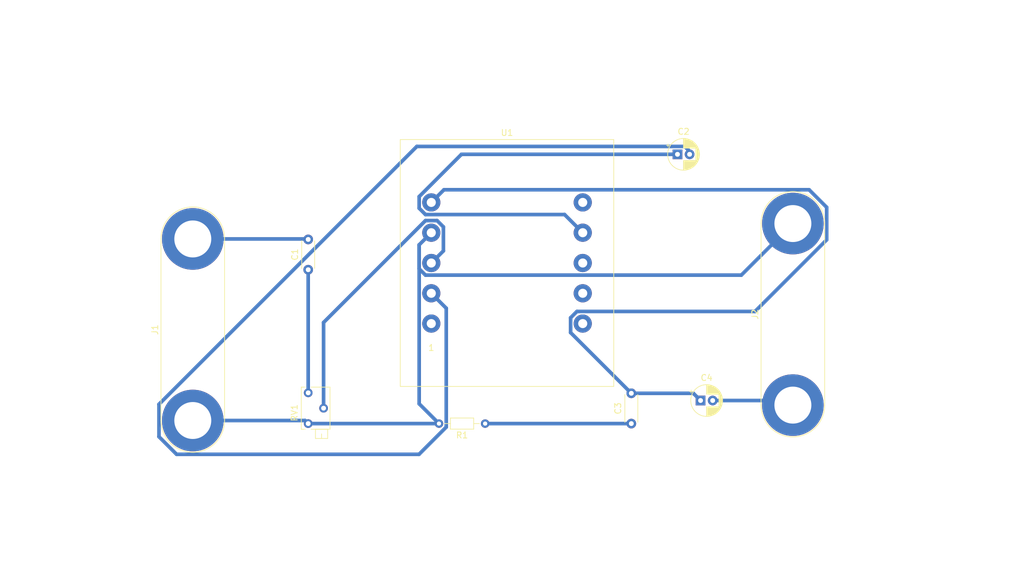
<source format=kicad_pcb>
(kicad_pcb (version 20171130) (host pcbnew "(5.1.10)-1")

  (general
    (thickness 1.6)
    (drawings 7)
    (tracks 49)
    (zones 0)
    (modules 13)
    (nets 13)
  )

  (page A4)
  (layers
    (0 F.Cu signal)
    (31 B.Cu signal)
    (32 B.Adhes user)
    (33 F.Adhes user)
    (34 B.Paste user)
    (35 F.Paste user)
    (36 B.SilkS user)
    (37 F.SilkS user)
    (38 B.Mask user)
    (39 F.Mask user)
    (40 Dwgs.User user)
    (41 Cmts.User user)
    (42 Eco1.User user)
    (43 Eco2.User user)
    (44 Edge.Cuts user)
    (45 Margin user)
    (46 B.CrtYd user)
    (47 F.CrtYd user)
    (48 B.Fab user)
    (49 F.Fab user)
  )

  (setup
    (last_trace_width 0.25)
    (trace_clearance 0.2)
    (zone_clearance 0.508)
    (zone_45_only no)
    (trace_min 0.2)
    (via_size 0.8)
    (via_drill 0.4)
    (via_min_size 0.4)
    (via_min_drill 0.3)
    (uvia_size 0.3)
    (uvia_drill 0.1)
    (uvias_allowed no)
    (uvia_min_size 0.2)
    (uvia_min_drill 0.1)
    (edge_width 0.05)
    (segment_width 0.2)
    (pcb_text_width 0.3)
    (pcb_text_size 1.5 1.5)
    (mod_edge_width 0.12)
    (mod_text_size 1 1)
    (mod_text_width 0.15)
    (pad_size 1.524 1.524)
    (pad_drill 0.762)
    (pad_to_mask_clearance 0)
    (aux_axis_origin 0 0)
    (visible_elements 7FFFFFFF)
    (pcbplotparams
      (layerselection 0x010fc_ffffffff)
      (usegerberextensions false)
      (usegerberattributes true)
      (usegerberadvancedattributes true)
      (creategerberjobfile true)
      (excludeedgelayer true)
      (linewidth 0.100000)
      (plotframeref false)
      (viasonmask false)
      (mode 1)
      (useauxorigin false)
      (hpglpennumber 1)
      (hpglpenspeed 20)
      (hpglpendiameter 15.000000)
      (psnegative false)
      (psa4output false)
      (plotreference true)
      (plotvalue true)
      (plotinvisibletext false)
      (padsonsilk false)
      (subtractmaskfromsilk false)
      (outputformat 1)
      (mirror false)
      (drillshape 1)
      (scaleselection 1)
      (outputdirectory ""))
  )

  (net 0 "")
  (net 1 "Net-(C1-Pad1)")
  (net 2 "Net-(C1-Pad2)")
  (net 3 "Net-(C2-Pad1)")
  (net 4 "Net-(C2-Pad2)")
  (net 5 "Net-(C3-Pad2)")
  (net 6 "Net-(C3-Pad1)")
  (net 7 "Net-(C4-Pad2)")
  (net 8 GND)
  (net 9 "Net-(RV1-Pad2)")
  (net 10 "Net-(U1-Pad1)")
  (net 11 +12V)
  (net 12 "Net-(U1-Pad8)")

  (net_class Default "This is the default net class."
    (clearance 0.2)
    (trace_width 0.25)
    (via_dia 0.8)
    (via_drill 0.4)
    (uvia_dia 0.3)
    (uvia_drill 0.1)
    (add_net +12V)
    (add_net GND)
    (add_net "Net-(C1-Pad1)")
    (add_net "Net-(C1-Pad2)")
    (add_net "Net-(C2-Pad1)")
    (add_net "Net-(C2-Pad2)")
    (add_net "Net-(C3-Pad1)")
    (add_net "Net-(C3-Pad2)")
    (add_net "Net-(C4-Pad2)")
    (add_net "Net-(RV1-Pad2)")
    (add_net "Net-(U1-Pad1)")
    (add_net "Net-(U1-Pad8)")
  )

  (module MountingHole:MountingHole_3.2mm_M3 (layer F.Cu) (tedit 56D1B4CB) (tstamp 616F0BE7)
    (at 172.72 271.78)
    (descr "Mounting Hole 3.2mm, no annular, M3")
    (tags "mounting hole 3.2mm no annular m3")
    (attr virtual)
    (fp_text reference REF** (at 0 -4.2) (layer F.SilkS) hide
      (effects (font (size 1 1) (thickness 0.15)))
    )
    (fp_text value MountingHole_3.2mm_M3 (at 0 4.2) (layer F.Fab) hide
      (effects (font (size 1 1) (thickness 0.15)))
    )
    (fp_circle (center 0 0) (end 3.45 0) (layer F.CrtYd) (width 0.05))
    (fp_circle (center 0 0) (end 3.2 0) (layer Cmts.User) (width 0.15))
    (fp_text user %R (at 0.3 0) (layer F.Fab)
      (effects (font (size 1 1) (thickness 0.15)))
    )
    (pad 1 np_thru_hole circle (at 0 0) (size 3.2 3.2) (drill 3.2) (layers *.Cu *.Mask))
  )

  (module MountingHole:MountingHole_3.2mm_M3 (layer F.Cu) (tedit 56D1B4CB) (tstamp 616F0BBC)
    (at 58.42 273.05)
    (descr "Mounting Hole 3.2mm, no annular, M3")
    (tags "mounting hole 3.2mm no annular m3")
    (attr virtual)
    (fp_text reference REF** (at 0 -4.2) (layer F.SilkS) hide
      (effects (font (size 1 1) (thickness 0.15)))
    )
    (fp_text value MountingHole_3.2mm_M3 (at 0 4.2) (layer F.Fab) hide
      (effects (font (size 1 1) (thickness 0.15)))
    )
    (fp_circle (center 0 0) (end 3.45 0) (layer F.CrtYd) (width 0.05))
    (fp_circle (center 0 0) (end 3.2 0) (layer Cmts.User) (width 0.15))
    (fp_text user %R (at 0.3 0) (layer F.Fab)
      (effects (font (size 1 1) (thickness 0.15)))
    )
    (pad 1 np_thru_hole circle (at 0 0) (size 3.2 3.2) (drill 3.2) (layers *.Cu *.Mask))
  )

  (module MountingHole:MountingHole_3.2mm_M3 (layer F.Cu) (tedit 56D1B4CB) (tstamp 616F0B91)
    (at 59.69 204.47)
    (descr "Mounting Hole 3.2mm, no annular, M3")
    (tags "mounting hole 3.2mm no annular m3")
    (attr virtual)
    (fp_text reference REF** (at 0 -4.2) (layer F.SilkS) hide
      (effects (font (size 1 1) (thickness 0.15)))
    )
    (fp_text value MountingHole_3.2mm_M3 (at 0 4.2) (layer F.Fab) hide
      (effects (font (size 1 1) (thickness 0.15)))
    )
    (fp_circle (center 0 0) (end 3.45 0) (layer F.CrtYd) (width 0.05))
    (fp_circle (center 0 0) (end 3.2 0) (layer Cmts.User) (width 0.15))
    (fp_text user %R (at 0.3 0) (layer F.Fab)
      (effects (font (size 1 1) (thickness 0.15)))
    )
    (pad 1 np_thru_hole circle (at 0 0) (size 3.2 3.2) (drill 3.2) (layers *.Cu *.Mask))
  )

  (module MountingHole:MountingHole_3.2mm_M3 (layer F.Cu) (tedit 56D1B4CB) (tstamp 616F0B66)
    (at 171.45 204.47)
    (descr "Mounting Hole 3.2mm, no annular, M3")
    (tags "mounting hole 3.2mm no annular m3")
    (attr virtual)
    (fp_text reference REF** (at 0 -4.2) (layer F.SilkS) hide
      (effects (font (size 1 1) (thickness 0.15)))
    )
    (fp_text value MountingHole_3.2mm_M3 (at 0 4.2) (layer F.Fab) hide
      (effects (font (size 1 1) (thickness 0.15)))
    )
    (fp_circle (center 0 0) (end 3.45 0) (layer F.CrtYd) (width 0.05))
    (fp_circle (center 0 0) (end 3.2 0) (layer Cmts.User) (width 0.15))
    (fp_text user %R (at 0.3 0) (layer F.Fab)
      (effects (font (size 1 1) (thickness 0.15)))
    )
    (pad 1 np_thru_hole circle (at 0 0) (size 3.2 3.2) (drill 3.2) (layers *.Cu *.Mask))
  )

  (module Capacitor_THT:C_Disc_D4.3mm_W1.9mm_P5.00mm (layer F.Cu) (tedit 5AE50EF0) (tstamp 616EEDA1)
    (at 85.09 232.41 90)
    (descr "C, Disc series, Radial, pin pitch=5.00mm, , diameter*width=4.3*1.9mm^2, Capacitor, http://www.vishay.com/docs/45233/krseries.pdf")
    (tags "C Disc series Radial pin pitch 5.00mm  diameter 4.3mm width 1.9mm Capacitor")
    (path /616F116D)
    (fp_text reference C1 (at 2.5 -2.2 90) (layer F.SilkS)
      (effects (font (size 1 1) (thickness 0.15)))
    )
    (fp_text value C (at 2.5 2.2 90) (layer F.Fab)
      (effects (font (size 1 1) (thickness 0.15)))
    )
    (fp_line (start 0.35 -0.95) (end 0.35 0.95) (layer F.Fab) (width 0.1))
    (fp_line (start 0.35 0.95) (end 4.65 0.95) (layer F.Fab) (width 0.1))
    (fp_line (start 4.65 0.95) (end 4.65 -0.95) (layer F.Fab) (width 0.1))
    (fp_line (start 4.65 -0.95) (end 0.35 -0.95) (layer F.Fab) (width 0.1))
    (fp_line (start 0.23 -1.07) (end 4.77 -1.07) (layer F.SilkS) (width 0.12))
    (fp_line (start 0.23 1.07) (end 4.77 1.07) (layer F.SilkS) (width 0.12))
    (fp_line (start 0.23 -1.07) (end 0.23 -1.055) (layer F.SilkS) (width 0.12))
    (fp_line (start 0.23 1.055) (end 0.23 1.07) (layer F.SilkS) (width 0.12))
    (fp_line (start 4.77 -1.07) (end 4.77 -1.055) (layer F.SilkS) (width 0.12))
    (fp_line (start 4.77 1.055) (end 4.77 1.07) (layer F.SilkS) (width 0.12))
    (fp_line (start -1.05 -1.2) (end -1.05 1.2) (layer F.CrtYd) (width 0.05))
    (fp_line (start -1.05 1.2) (end 6.05 1.2) (layer F.CrtYd) (width 0.05))
    (fp_line (start 6.05 1.2) (end 6.05 -1.2) (layer F.CrtYd) (width 0.05))
    (fp_line (start 6.05 -1.2) (end -1.05 -1.2) (layer F.CrtYd) (width 0.05))
    (fp_text user %R (at 2.5 0 90) (layer F.Fab)
      (effects (font (size 0.86 0.86) (thickness 0.129)))
    )
    (pad 1 thru_hole circle (at 0 0 90) (size 1.6 1.6) (drill 0.8) (layers *.Cu *.Mask)
      (net 1 "Net-(C1-Pad1)"))
    (pad 2 thru_hole circle (at 5 0 90) (size 1.6 1.6) (drill 0.8) (layers *.Cu *.Mask)
      (net 2 "Net-(C1-Pad2)"))
    (model ${KISYS3DMOD}/Capacitor_THT.3dshapes/C_Disc_D4.3mm_W1.9mm_P5.00mm.wrl
      (at (xyz 0 0 0))
      (scale (xyz 1 1 1))
      (rotate (xyz 0 0 0))
    )
  )

  (module Capacitor_THT:CP_Radial_D5.0mm_P2.00mm (layer F.Cu) (tedit 5AE50EF0) (tstamp 616EEE24)
    (at 146.05 213.36)
    (descr "CP, Radial series, Radial, pin pitch=2.00mm, , diameter=5mm, Electrolytic Capacitor")
    (tags "CP Radial series Radial pin pitch 2.00mm  diameter 5mm Electrolytic Capacitor")
    (path /616E7482)
    (fp_text reference C2 (at 1 -3.75) (layer F.SilkS)
      (effects (font (size 1 1) (thickness 0.15)))
    )
    (fp_text value CP (at 1 3.75) (layer F.Fab)
      (effects (font (size 1 1) (thickness 0.15)))
    )
    (fp_circle (center 1 0) (end 3.5 0) (layer F.Fab) (width 0.1))
    (fp_circle (center 1 0) (end 3.62 0) (layer F.SilkS) (width 0.12))
    (fp_circle (center 1 0) (end 3.75 0) (layer F.CrtYd) (width 0.05))
    (fp_line (start -1.133605 -1.0875) (end -0.633605 -1.0875) (layer F.Fab) (width 0.1))
    (fp_line (start -0.883605 -1.3375) (end -0.883605 -0.8375) (layer F.Fab) (width 0.1))
    (fp_line (start 1 1.04) (end 1 2.58) (layer F.SilkS) (width 0.12))
    (fp_line (start 1 -2.58) (end 1 -1.04) (layer F.SilkS) (width 0.12))
    (fp_line (start 1.04 1.04) (end 1.04 2.58) (layer F.SilkS) (width 0.12))
    (fp_line (start 1.04 -2.58) (end 1.04 -1.04) (layer F.SilkS) (width 0.12))
    (fp_line (start 1.08 -2.579) (end 1.08 -1.04) (layer F.SilkS) (width 0.12))
    (fp_line (start 1.08 1.04) (end 1.08 2.579) (layer F.SilkS) (width 0.12))
    (fp_line (start 1.12 -2.578) (end 1.12 -1.04) (layer F.SilkS) (width 0.12))
    (fp_line (start 1.12 1.04) (end 1.12 2.578) (layer F.SilkS) (width 0.12))
    (fp_line (start 1.16 -2.576) (end 1.16 -1.04) (layer F.SilkS) (width 0.12))
    (fp_line (start 1.16 1.04) (end 1.16 2.576) (layer F.SilkS) (width 0.12))
    (fp_line (start 1.2 -2.573) (end 1.2 -1.04) (layer F.SilkS) (width 0.12))
    (fp_line (start 1.2 1.04) (end 1.2 2.573) (layer F.SilkS) (width 0.12))
    (fp_line (start 1.24 -2.569) (end 1.24 -1.04) (layer F.SilkS) (width 0.12))
    (fp_line (start 1.24 1.04) (end 1.24 2.569) (layer F.SilkS) (width 0.12))
    (fp_line (start 1.28 -2.565) (end 1.28 -1.04) (layer F.SilkS) (width 0.12))
    (fp_line (start 1.28 1.04) (end 1.28 2.565) (layer F.SilkS) (width 0.12))
    (fp_line (start 1.32 -2.561) (end 1.32 -1.04) (layer F.SilkS) (width 0.12))
    (fp_line (start 1.32 1.04) (end 1.32 2.561) (layer F.SilkS) (width 0.12))
    (fp_line (start 1.36 -2.556) (end 1.36 -1.04) (layer F.SilkS) (width 0.12))
    (fp_line (start 1.36 1.04) (end 1.36 2.556) (layer F.SilkS) (width 0.12))
    (fp_line (start 1.4 -2.55) (end 1.4 -1.04) (layer F.SilkS) (width 0.12))
    (fp_line (start 1.4 1.04) (end 1.4 2.55) (layer F.SilkS) (width 0.12))
    (fp_line (start 1.44 -2.543) (end 1.44 -1.04) (layer F.SilkS) (width 0.12))
    (fp_line (start 1.44 1.04) (end 1.44 2.543) (layer F.SilkS) (width 0.12))
    (fp_line (start 1.48 -2.536) (end 1.48 -1.04) (layer F.SilkS) (width 0.12))
    (fp_line (start 1.48 1.04) (end 1.48 2.536) (layer F.SilkS) (width 0.12))
    (fp_line (start 1.52 -2.528) (end 1.52 -1.04) (layer F.SilkS) (width 0.12))
    (fp_line (start 1.52 1.04) (end 1.52 2.528) (layer F.SilkS) (width 0.12))
    (fp_line (start 1.56 -2.52) (end 1.56 -1.04) (layer F.SilkS) (width 0.12))
    (fp_line (start 1.56 1.04) (end 1.56 2.52) (layer F.SilkS) (width 0.12))
    (fp_line (start 1.6 -2.511) (end 1.6 -1.04) (layer F.SilkS) (width 0.12))
    (fp_line (start 1.6 1.04) (end 1.6 2.511) (layer F.SilkS) (width 0.12))
    (fp_line (start 1.64 -2.501) (end 1.64 -1.04) (layer F.SilkS) (width 0.12))
    (fp_line (start 1.64 1.04) (end 1.64 2.501) (layer F.SilkS) (width 0.12))
    (fp_line (start 1.68 -2.491) (end 1.68 -1.04) (layer F.SilkS) (width 0.12))
    (fp_line (start 1.68 1.04) (end 1.68 2.491) (layer F.SilkS) (width 0.12))
    (fp_line (start 1.721 -2.48) (end 1.721 -1.04) (layer F.SilkS) (width 0.12))
    (fp_line (start 1.721 1.04) (end 1.721 2.48) (layer F.SilkS) (width 0.12))
    (fp_line (start 1.761 -2.468) (end 1.761 -1.04) (layer F.SilkS) (width 0.12))
    (fp_line (start 1.761 1.04) (end 1.761 2.468) (layer F.SilkS) (width 0.12))
    (fp_line (start 1.801 -2.455) (end 1.801 -1.04) (layer F.SilkS) (width 0.12))
    (fp_line (start 1.801 1.04) (end 1.801 2.455) (layer F.SilkS) (width 0.12))
    (fp_line (start 1.841 -2.442) (end 1.841 -1.04) (layer F.SilkS) (width 0.12))
    (fp_line (start 1.841 1.04) (end 1.841 2.442) (layer F.SilkS) (width 0.12))
    (fp_line (start 1.881 -2.428) (end 1.881 -1.04) (layer F.SilkS) (width 0.12))
    (fp_line (start 1.881 1.04) (end 1.881 2.428) (layer F.SilkS) (width 0.12))
    (fp_line (start 1.921 -2.414) (end 1.921 -1.04) (layer F.SilkS) (width 0.12))
    (fp_line (start 1.921 1.04) (end 1.921 2.414) (layer F.SilkS) (width 0.12))
    (fp_line (start 1.961 -2.398) (end 1.961 -1.04) (layer F.SilkS) (width 0.12))
    (fp_line (start 1.961 1.04) (end 1.961 2.398) (layer F.SilkS) (width 0.12))
    (fp_line (start 2.001 -2.382) (end 2.001 -1.04) (layer F.SilkS) (width 0.12))
    (fp_line (start 2.001 1.04) (end 2.001 2.382) (layer F.SilkS) (width 0.12))
    (fp_line (start 2.041 -2.365) (end 2.041 -1.04) (layer F.SilkS) (width 0.12))
    (fp_line (start 2.041 1.04) (end 2.041 2.365) (layer F.SilkS) (width 0.12))
    (fp_line (start 2.081 -2.348) (end 2.081 -1.04) (layer F.SilkS) (width 0.12))
    (fp_line (start 2.081 1.04) (end 2.081 2.348) (layer F.SilkS) (width 0.12))
    (fp_line (start 2.121 -2.329) (end 2.121 -1.04) (layer F.SilkS) (width 0.12))
    (fp_line (start 2.121 1.04) (end 2.121 2.329) (layer F.SilkS) (width 0.12))
    (fp_line (start 2.161 -2.31) (end 2.161 -1.04) (layer F.SilkS) (width 0.12))
    (fp_line (start 2.161 1.04) (end 2.161 2.31) (layer F.SilkS) (width 0.12))
    (fp_line (start 2.201 -2.29) (end 2.201 -1.04) (layer F.SilkS) (width 0.12))
    (fp_line (start 2.201 1.04) (end 2.201 2.29) (layer F.SilkS) (width 0.12))
    (fp_line (start 2.241 -2.268) (end 2.241 -1.04) (layer F.SilkS) (width 0.12))
    (fp_line (start 2.241 1.04) (end 2.241 2.268) (layer F.SilkS) (width 0.12))
    (fp_line (start 2.281 -2.247) (end 2.281 -1.04) (layer F.SilkS) (width 0.12))
    (fp_line (start 2.281 1.04) (end 2.281 2.247) (layer F.SilkS) (width 0.12))
    (fp_line (start 2.321 -2.224) (end 2.321 -1.04) (layer F.SilkS) (width 0.12))
    (fp_line (start 2.321 1.04) (end 2.321 2.224) (layer F.SilkS) (width 0.12))
    (fp_line (start 2.361 -2.2) (end 2.361 -1.04) (layer F.SilkS) (width 0.12))
    (fp_line (start 2.361 1.04) (end 2.361 2.2) (layer F.SilkS) (width 0.12))
    (fp_line (start 2.401 -2.175) (end 2.401 -1.04) (layer F.SilkS) (width 0.12))
    (fp_line (start 2.401 1.04) (end 2.401 2.175) (layer F.SilkS) (width 0.12))
    (fp_line (start 2.441 -2.149) (end 2.441 -1.04) (layer F.SilkS) (width 0.12))
    (fp_line (start 2.441 1.04) (end 2.441 2.149) (layer F.SilkS) (width 0.12))
    (fp_line (start 2.481 -2.122) (end 2.481 -1.04) (layer F.SilkS) (width 0.12))
    (fp_line (start 2.481 1.04) (end 2.481 2.122) (layer F.SilkS) (width 0.12))
    (fp_line (start 2.521 -2.095) (end 2.521 -1.04) (layer F.SilkS) (width 0.12))
    (fp_line (start 2.521 1.04) (end 2.521 2.095) (layer F.SilkS) (width 0.12))
    (fp_line (start 2.561 -2.065) (end 2.561 -1.04) (layer F.SilkS) (width 0.12))
    (fp_line (start 2.561 1.04) (end 2.561 2.065) (layer F.SilkS) (width 0.12))
    (fp_line (start 2.601 -2.035) (end 2.601 -1.04) (layer F.SilkS) (width 0.12))
    (fp_line (start 2.601 1.04) (end 2.601 2.035) (layer F.SilkS) (width 0.12))
    (fp_line (start 2.641 -2.004) (end 2.641 -1.04) (layer F.SilkS) (width 0.12))
    (fp_line (start 2.641 1.04) (end 2.641 2.004) (layer F.SilkS) (width 0.12))
    (fp_line (start 2.681 -1.971) (end 2.681 -1.04) (layer F.SilkS) (width 0.12))
    (fp_line (start 2.681 1.04) (end 2.681 1.971) (layer F.SilkS) (width 0.12))
    (fp_line (start 2.721 -1.937) (end 2.721 -1.04) (layer F.SilkS) (width 0.12))
    (fp_line (start 2.721 1.04) (end 2.721 1.937) (layer F.SilkS) (width 0.12))
    (fp_line (start 2.761 -1.901) (end 2.761 -1.04) (layer F.SilkS) (width 0.12))
    (fp_line (start 2.761 1.04) (end 2.761 1.901) (layer F.SilkS) (width 0.12))
    (fp_line (start 2.801 -1.864) (end 2.801 -1.04) (layer F.SilkS) (width 0.12))
    (fp_line (start 2.801 1.04) (end 2.801 1.864) (layer F.SilkS) (width 0.12))
    (fp_line (start 2.841 -1.826) (end 2.841 -1.04) (layer F.SilkS) (width 0.12))
    (fp_line (start 2.841 1.04) (end 2.841 1.826) (layer F.SilkS) (width 0.12))
    (fp_line (start 2.881 -1.785) (end 2.881 -1.04) (layer F.SilkS) (width 0.12))
    (fp_line (start 2.881 1.04) (end 2.881 1.785) (layer F.SilkS) (width 0.12))
    (fp_line (start 2.921 -1.743) (end 2.921 -1.04) (layer F.SilkS) (width 0.12))
    (fp_line (start 2.921 1.04) (end 2.921 1.743) (layer F.SilkS) (width 0.12))
    (fp_line (start 2.961 -1.699) (end 2.961 -1.04) (layer F.SilkS) (width 0.12))
    (fp_line (start 2.961 1.04) (end 2.961 1.699) (layer F.SilkS) (width 0.12))
    (fp_line (start 3.001 -1.653) (end 3.001 -1.04) (layer F.SilkS) (width 0.12))
    (fp_line (start 3.001 1.04) (end 3.001 1.653) (layer F.SilkS) (width 0.12))
    (fp_line (start 3.041 -1.605) (end 3.041 1.605) (layer F.SilkS) (width 0.12))
    (fp_line (start 3.081 -1.554) (end 3.081 1.554) (layer F.SilkS) (width 0.12))
    (fp_line (start 3.121 -1.5) (end 3.121 1.5) (layer F.SilkS) (width 0.12))
    (fp_line (start 3.161 -1.443) (end 3.161 1.443) (layer F.SilkS) (width 0.12))
    (fp_line (start 3.201 -1.383) (end 3.201 1.383) (layer F.SilkS) (width 0.12))
    (fp_line (start 3.241 -1.319) (end 3.241 1.319) (layer F.SilkS) (width 0.12))
    (fp_line (start 3.281 -1.251) (end 3.281 1.251) (layer F.SilkS) (width 0.12))
    (fp_line (start 3.321 -1.178) (end 3.321 1.178) (layer F.SilkS) (width 0.12))
    (fp_line (start 3.361 -1.098) (end 3.361 1.098) (layer F.SilkS) (width 0.12))
    (fp_line (start 3.401 -1.011) (end 3.401 1.011) (layer F.SilkS) (width 0.12))
    (fp_line (start 3.441 -0.915) (end 3.441 0.915) (layer F.SilkS) (width 0.12))
    (fp_line (start 3.481 -0.805) (end 3.481 0.805) (layer F.SilkS) (width 0.12))
    (fp_line (start 3.521 -0.677) (end 3.521 0.677) (layer F.SilkS) (width 0.12))
    (fp_line (start 3.561 -0.518) (end 3.561 0.518) (layer F.SilkS) (width 0.12))
    (fp_line (start 3.601 -0.284) (end 3.601 0.284) (layer F.SilkS) (width 0.12))
    (fp_line (start -1.804775 -1.475) (end -1.304775 -1.475) (layer F.SilkS) (width 0.12))
    (fp_line (start -1.554775 -1.725) (end -1.554775 -1.225) (layer F.SilkS) (width 0.12))
    (fp_text user %R (at 1 0) (layer F.Fab)
      (effects (font (size 1 1) (thickness 0.15)))
    )
    (pad 1 thru_hole rect (at 0 0) (size 1.6 1.6) (drill 0.8) (layers *.Cu *.Mask)
      (net 3 "Net-(C2-Pad1)"))
    (pad 2 thru_hole circle (at 2 0) (size 1.6 1.6) (drill 0.8) (layers *.Cu *.Mask)
      (net 4 "Net-(C2-Pad2)"))
    (model ${KISYS3DMOD}/Capacitor_THT.3dshapes/CP_Radial_D5.0mm_P2.00mm.wrl
      (at (xyz 0 0 0))
      (scale (xyz 1 1 1))
      (rotate (xyz 0 0 0))
    )
  )

  (module Capacitor_THT:C_Disc_D4.3mm_W1.9mm_P5.00mm (layer F.Cu) (tedit 5AE50EF0) (tstamp 616EEE39)
    (at 138.43 257.81 90)
    (descr "C, Disc series, Radial, pin pitch=5.00mm, , diameter*width=4.3*1.9mm^2, Capacitor, http://www.vishay.com/docs/45233/krseries.pdf")
    (tags "C Disc series Radial pin pitch 5.00mm  diameter 4.3mm width 1.9mm Capacitor")
    (path /616F2046)
    (fp_text reference C3 (at 2.5 -2.2 90) (layer F.SilkS)
      (effects (font (size 1 1) (thickness 0.15)))
    )
    (fp_text value C (at 2.5 2.2 90) (layer F.Fab)
      (effects (font (size 1 1) (thickness 0.15)))
    )
    (fp_line (start 6.05 -1.2) (end -1.05 -1.2) (layer F.CrtYd) (width 0.05))
    (fp_line (start 6.05 1.2) (end 6.05 -1.2) (layer F.CrtYd) (width 0.05))
    (fp_line (start -1.05 1.2) (end 6.05 1.2) (layer F.CrtYd) (width 0.05))
    (fp_line (start -1.05 -1.2) (end -1.05 1.2) (layer F.CrtYd) (width 0.05))
    (fp_line (start 4.77 1.055) (end 4.77 1.07) (layer F.SilkS) (width 0.12))
    (fp_line (start 4.77 -1.07) (end 4.77 -1.055) (layer F.SilkS) (width 0.12))
    (fp_line (start 0.23 1.055) (end 0.23 1.07) (layer F.SilkS) (width 0.12))
    (fp_line (start 0.23 -1.07) (end 0.23 -1.055) (layer F.SilkS) (width 0.12))
    (fp_line (start 0.23 1.07) (end 4.77 1.07) (layer F.SilkS) (width 0.12))
    (fp_line (start 0.23 -1.07) (end 4.77 -1.07) (layer F.SilkS) (width 0.12))
    (fp_line (start 4.65 -0.95) (end 0.35 -0.95) (layer F.Fab) (width 0.1))
    (fp_line (start 4.65 0.95) (end 4.65 -0.95) (layer F.Fab) (width 0.1))
    (fp_line (start 0.35 0.95) (end 4.65 0.95) (layer F.Fab) (width 0.1))
    (fp_line (start 0.35 -0.95) (end 0.35 0.95) (layer F.Fab) (width 0.1))
    (fp_text user %R (at 2.5 0 90) (layer F.Fab)
      (effects (font (size 0.86 0.86) (thickness 0.129)))
    )
    (pad 2 thru_hole circle (at 5 0 90) (size 1.6 1.6) (drill 0.8) (layers *.Cu *.Mask)
      (net 5 "Net-(C3-Pad2)"))
    (pad 1 thru_hole circle (at 0 0 90) (size 1.6 1.6) (drill 0.8) (layers *.Cu *.Mask)
      (net 6 "Net-(C3-Pad1)"))
    (model ${KISYS3DMOD}/Capacitor_THT.3dshapes/C_Disc_D4.3mm_W1.9mm_P5.00mm.wrl
      (at (xyz 0 0 0))
      (scale (xyz 1 1 1))
      (rotate (xyz 0 0 0))
    )
  )

  (module Capacitor_THT:CP_Radial_D5.0mm_P2.00mm (layer F.Cu) (tedit 5AE50EF0) (tstamp 616EEEBC)
    (at 149.86 254)
    (descr "CP, Radial series, Radial, pin pitch=2.00mm, , diameter=5mm, Electrolytic Capacitor")
    (tags "CP Radial series Radial pin pitch 2.00mm  diameter 5mm Electrolytic Capacitor")
    (path /616EB0D8)
    (fp_text reference C4 (at 1 -3.75) (layer F.SilkS)
      (effects (font (size 1 1) (thickness 0.15)))
    )
    (fp_text value CP (at 1 3.75) (layer F.Fab)
      (effects (font (size 1 1) (thickness 0.15)))
    )
    (fp_line (start -1.554775 -1.725) (end -1.554775 -1.225) (layer F.SilkS) (width 0.12))
    (fp_line (start -1.804775 -1.475) (end -1.304775 -1.475) (layer F.SilkS) (width 0.12))
    (fp_line (start 3.601 -0.284) (end 3.601 0.284) (layer F.SilkS) (width 0.12))
    (fp_line (start 3.561 -0.518) (end 3.561 0.518) (layer F.SilkS) (width 0.12))
    (fp_line (start 3.521 -0.677) (end 3.521 0.677) (layer F.SilkS) (width 0.12))
    (fp_line (start 3.481 -0.805) (end 3.481 0.805) (layer F.SilkS) (width 0.12))
    (fp_line (start 3.441 -0.915) (end 3.441 0.915) (layer F.SilkS) (width 0.12))
    (fp_line (start 3.401 -1.011) (end 3.401 1.011) (layer F.SilkS) (width 0.12))
    (fp_line (start 3.361 -1.098) (end 3.361 1.098) (layer F.SilkS) (width 0.12))
    (fp_line (start 3.321 -1.178) (end 3.321 1.178) (layer F.SilkS) (width 0.12))
    (fp_line (start 3.281 -1.251) (end 3.281 1.251) (layer F.SilkS) (width 0.12))
    (fp_line (start 3.241 -1.319) (end 3.241 1.319) (layer F.SilkS) (width 0.12))
    (fp_line (start 3.201 -1.383) (end 3.201 1.383) (layer F.SilkS) (width 0.12))
    (fp_line (start 3.161 -1.443) (end 3.161 1.443) (layer F.SilkS) (width 0.12))
    (fp_line (start 3.121 -1.5) (end 3.121 1.5) (layer F.SilkS) (width 0.12))
    (fp_line (start 3.081 -1.554) (end 3.081 1.554) (layer F.SilkS) (width 0.12))
    (fp_line (start 3.041 -1.605) (end 3.041 1.605) (layer F.SilkS) (width 0.12))
    (fp_line (start 3.001 1.04) (end 3.001 1.653) (layer F.SilkS) (width 0.12))
    (fp_line (start 3.001 -1.653) (end 3.001 -1.04) (layer F.SilkS) (width 0.12))
    (fp_line (start 2.961 1.04) (end 2.961 1.699) (layer F.SilkS) (width 0.12))
    (fp_line (start 2.961 -1.699) (end 2.961 -1.04) (layer F.SilkS) (width 0.12))
    (fp_line (start 2.921 1.04) (end 2.921 1.743) (layer F.SilkS) (width 0.12))
    (fp_line (start 2.921 -1.743) (end 2.921 -1.04) (layer F.SilkS) (width 0.12))
    (fp_line (start 2.881 1.04) (end 2.881 1.785) (layer F.SilkS) (width 0.12))
    (fp_line (start 2.881 -1.785) (end 2.881 -1.04) (layer F.SilkS) (width 0.12))
    (fp_line (start 2.841 1.04) (end 2.841 1.826) (layer F.SilkS) (width 0.12))
    (fp_line (start 2.841 -1.826) (end 2.841 -1.04) (layer F.SilkS) (width 0.12))
    (fp_line (start 2.801 1.04) (end 2.801 1.864) (layer F.SilkS) (width 0.12))
    (fp_line (start 2.801 -1.864) (end 2.801 -1.04) (layer F.SilkS) (width 0.12))
    (fp_line (start 2.761 1.04) (end 2.761 1.901) (layer F.SilkS) (width 0.12))
    (fp_line (start 2.761 -1.901) (end 2.761 -1.04) (layer F.SilkS) (width 0.12))
    (fp_line (start 2.721 1.04) (end 2.721 1.937) (layer F.SilkS) (width 0.12))
    (fp_line (start 2.721 -1.937) (end 2.721 -1.04) (layer F.SilkS) (width 0.12))
    (fp_line (start 2.681 1.04) (end 2.681 1.971) (layer F.SilkS) (width 0.12))
    (fp_line (start 2.681 -1.971) (end 2.681 -1.04) (layer F.SilkS) (width 0.12))
    (fp_line (start 2.641 1.04) (end 2.641 2.004) (layer F.SilkS) (width 0.12))
    (fp_line (start 2.641 -2.004) (end 2.641 -1.04) (layer F.SilkS) (width 0.12))
    (fp_line (start 2.601 1.04) (end 2.601 2.035) (layer F.SilkS) (width 0.12))
    (fp_line (start 2.601 -2.035) (end 2.601 -1.04) (layer F.SilkS) (width 0.12))
    (fp_line (start 2.561 1.04) (end 2.561 2.065) (layer F.SilkS) (width 0.12))
    (fp_line (start 2.561 -2.065) (end 2.561 -1.04) (layer F.SilkS) (width 0.12))
    (fp_line (start 2.521 1.04) (end 2.521 2.095) (layer F.SilkS) (width 0.12))
    (fp_line (start 2.521 -2.095) (end 2.521 -1.04) (layer F.SilkS) (width 0.12))
    (fp_line (start 2.481 1.04) (end 2.481 2.122) (layer F.SilkS) (width 0.12))
    (fp_line (start 2.481 -2.122) (end 2.481 -1.04) (layer F.SilkS) (width 0.12))
    (fp_line (start 2.441 1.04) (end 2.441 2.149) (layer F.SilkS) (width 0.12))
    (fp_line (start 2.441 -2.149) (end 2.441 -1.04) (layer F.SilkS) (width 0.12))
    (fp_line (start 2.401 1.04) (end 2.401 2.175) (layer F.SilkS) (width 0.12))
    (fp_line (start 2.401 -2.175) (end 2.401 -1.04) (layer F.SilkS) (width 0.12))
    (fp_line (start 2.361 1.04) (end 2.361 2.2) (layer F.SilkS) (width 0.12))
    (fp_line (start 2.361 -2.2) (end 2.361 -1.04) (layer F.SilkS) (width 0.12))
    (fp_line (start 2.321 1.04) (end 2.321 2.224) (layer F.SilkS) (width 0.12))
    (fp_line (start 2.321 -2.224) (end 2.321 -1.04) (layer F.SilkS) (width 0.12))
    (fp_line (start 2.281 1.04) (end 2.281 2.247) (layer F.SilkS) (width 0.12))
    (fp_line (start 2.281 -2.247) (end 2.281 -1.04) (layer F.SilkS) (width 0.12))
    (fp_line (start 2.241 1.04) (end 2.241 2.268) (layer F.SilkS) (width 0.12))
    (fp_line (start 2.241 -2.268) (end 2.241 -1.04) (layer F.SilkS) (width 0.12))
    (fp_line (start 2.201 1.04) (end 2.201 2.29) (layer F.SilkS) (width 0.12))
    (fp_line (start 2.201 -2.29) (end 2.201 -1.04) (layer F.SilkS) (width 0.12))
    (fp_line (start 2.161 1.04) (end 2.161 2.31) (layer F.SilkS) (width 0.12))
    (fp_line (start 2.161 -2.31) (end 2.161 -1.04) (layer F.SilkS) (width 0.12))
    (fp_line (start 2.121 1.04) (end 2.121 2.329) (layer F.SilkS) (width 0.12))
    (fp_line (start 2.121 -2.329) (end 2.121 -1.04) (layer F.SilkS) (width 0.12))
    (fp_line (start 2.081 1.04) (end 2.081 2.348) (layer F.SilkS) (width 0.12))
    (fp_line (start 2.081 -2.348) (end 2.081 -1.04) (layer F.SilkS) (width 0.12))
    (fp_line (start 2.041 1.04) (end 2.041 2.365) (layer F.SilkS) (width 0.12))
    (fp_line (start 2.041 -2.365) (end 2.041 -1.04) (layer F.SilkS) (width 0.12))
    (fp_line (start 2.001 1.04) (end 2.001 2.382) (layer F.SilkS) (width 0.12))
    (fp_line (start 2.001 -2.382) (end 2.001 -1.04) (layer F.SilkS) (width 0.12))
    (fp_line (start 1.961 1.04) (end 1.961 2.398) (layer F.SilkS) (width 0.12))
    (fp_line (start 1.961 -2.398) (end 1.961 -1.04) (layer F.SilkS) (width 0.12))
    (fp_line (start 1.921 1.04) (end 1.921 2.414) (layer F.SilkS) (width 0.12))
    (fp_line (start 1.921 -2.414) (end 1.921 -1.04) (layer F.SilkS) (width 0.12))
    (fp_line (start 1.881 1.04) (end 1.881 2.428) (layer F.SilkS) (width 0.12))
    (fp_line (start 1.881 -2.428) (end 1.881 -1.04) (layer F.SilkS) (width 0.12))
    (fp_line (start 1.841 1.04) (end 1.841 2.442) (layer F.SilkS) (width 0.12))
    (fp_line (start 1.841 -2.442) (end 1.841 -1.04) (layer F.SilkS) (width 0.12))
    (fp_line (start 1.801 1.04) (end 1.801 2.455) (layer F.SilkS) (width 0.12))
    (fp_line (start 1.801 -2.455) (end 1.801 -1.04) (layer F.SilkS) (width 0.12))
    (fp_line (start 1.761 1.04) (end 1.761 2.468) (layer F.SilkS) (width 0.12))
    (fp_line (start 1.761 -2.468) (end 1.761 -1.04) (layer F.SilkS) (width 0.12))
    (fp_line (start 1.721 1.04) (end 1.721 2.48) (layer F.SilkS) (width 0.12))
    (fp_line (start 1.721 -2.48) (end 1.721 -1.04) (layer F.SilkS) (width 0.12))
    (fp_line (start 1.68 1.04) (end 1.68 2.491) (layer F.SilkS) (width 0.12))
    (fp_line (start 1.68 -2.491) (end 1.68 -1.04) (layer F.SilkS) (width 0.12))
    (fp_line (start 1.64 1.04) (end 1.64 2.501) (layer F.SilkS) (width 0.12))
    (fp_line (start 1.64 -2.501) (end 1.64 -1.04) (layer F.SilkS) (width 0.12))
    (fp_line (start 1.6 1.04) (end 1.6 2.511) (layer F.SilkS) (width 0.12))
    (fp_line (start 1.6 -2.511) (end 1.6 -1.04) (layer F.SilkS) (width 0.12))
    (fp_line (start 1.56 1.04) (end 1.56 2.52) (layer F.SilkS) (width 0.12))
    (fp_line (start 1.56 -2.52) (end 1.56 -1.04) (layer F.SilkS) (width 0.12))
    (fp_line (start 1.52 1.04) (end 1.52 2.528) (layer F.SilkS) (width 0.12))
    (fp_line (start 1.52 -2.528) (end 1.52 -1.04) (layer F.SilkS) (width 0.12))
    (fp_line (start 1.48 1.04) (end 1.48 2.536) (layer F.SilkS) (width 0.12))
    (fp_line (start 1.48 -2.536) (end 1.48 -1.04) (layer F.SilkS) (width 0.12))
    (fp_line (start 1.44 1.04) (end 1.44 2.543) (layer F.SilkS) (width 0.12))
    (fp_line (start 1.44 -2.543) (end 1.44 -1.04) (layer F.SilkS) (width 0.12))
    (fp_line (start 1.4 1.04) (end 1.4 2.55) (layer F.SilkS) (width 0.12))
    (fp_line (start 1.4 -2.55) (end 1.4 -1.04) (layer F.SilkS) (width 0.12))
    (fp_line (start 1.36 1.04) (end 1.36 2.556) (layer F.SilkS) (width 0.12))
    (fp_line (start 1.36 -2.556) (end 1.36 -1.04) (layer F.SilkS) (width 0.12))
    (fp_line (start 1.32 1.04) (end 1.32 2.561) (layer F.SilkS) (width 0.12))
    (fp_line (start 1.32 -2.561) (end 1.32 -1.04) (layer F.SilkS) (width 0.12))
    (fp_line (start 1.28 1.04) (end 1.28 2.565) (layer F.SilkS) (width 0.12))
    (fp_line (start 1.28 -2.565) (end 1.28 -1.04) (layer F.SilkS) (width 0.12))
    (fp_line (start 1.24 1.04) (end 1.24 2.569) (layer F.SilkS) (width 0.12))
    (fp_line (start 1.24 -2.569) (end 1.24 -1.04) (layer F.SilkS) (width 0.12))
    (fp_line (start 1.2 1.04) (end 1.2 2.573) (layer F.SilkS) (width 0.12))
    (fp_line (start 1.2 -2.573) (end 1.2 -1.04) (layer F.SilkS) (width 0.12))
    (fp_line (start 1.16 1.04) (end 1.16 2.576) (layer F.SilkS) (width 0.12))
    (fp_line (start 1.16 -2.576) (end 1.16 -1.04) (layer F.SilkS) (width 0.12))
    (fp_line (start 1.12 1.04) (end 1.12 2.578) (layer F.SilkS) (width 0.12))
    (fp_line (start 1.12 -2.578) (end 1.12 -1.04) (layer F.SilkS) (width 0.12))
    (fp_line (start 1.08 1.04) (end 1.08 2.579) (layer F.SilkS) (width 0.12))
    (fp_line (start 1.08 -2.579) (end 1.08 -1.04) (layer F.SilkS) (width 0.12))
    (fp_line (start 1.04 -2.58) (end 1.04 -1.04) (layer F.SilkS) (width 0.12))
    (fp_line (start 1.04 1.04) (end 1.04 2.58) (layer F.SilkS) (width 0.12))
    (fp_line (start 1 -2.58) (end 1 -1.04) (layer F.SilkS) (width 0.12))
    (fp_line (start 1 1.04) (end 1 2.58) (layer F.SilkS) (width 0.12))
    (fp_line (start -0.883605 -1.3375) (end -0.883605 -0.8375) (layer F.Fab) (width 0.1))
    (fp_line (start -1.133605 -1.0875) (end -0.633605 -1.0875) (layer F.Fab) (width 0.1))
    (fp_circle (center 1 0) (end 3.75 0) (layer F.CrtYd) (width 0.05))
    (fp_circle (center 1 0) (end 3.62 0) (layer F.SilkS) (width 0.12))
    (fp_circle (center 1 0) (end 3.5 0) (layer F.Fab) (width 0.1))
    (fp_text user %R (at 1 0) (layer F.Fab)
      (effects (font (size 1 1) (thickness 0.15)))
    )
    (pad 2 thru_hole circle (at 2 0) (size 1.6 1.6) (drill 0.8) (layers *.Cu *.Mask)
      (net 7 "Net-(C4-Pad2)"))
    (pad 1 thru_hole rect (at 0 0) (size 1.6 1.6) (drill 0.8) (layers *.Cu *.Mask)
      (net 5 "Net-(C3-Pad2)"))
    (model ${KISYS3DMOD}/Capacitor_THT.3dshapes/CP_Radial_D5.0mm_P2.00mm.wrl
      (at (xyz 0 0 0))
      (scale (xyz 1 1 1))
      (rotate (xyz 0 0 0))
    )
  )

  (module Connector:Banana_Jack_2Pin (layer F.Cu) (tedit 5A1AB217) (tstamp 616EEECF)
    (at 66.04 257.3 90)
    (descr "Dual banana socket, footprint - 2 x 6mm drills")
    (tags "banana socket")
    (path /616EE761)
    (fp_text reference J1 (at 14.985 -6.24 90) (layer F.SilkS)
      (effects (font (size 1 1) (thickness 0.15)))
    )
    (fp_text value Vin (at 14.985 6.29 90) (layer F.Fab)
      (effects (font (size 1 1) (thickness 0.15)))
    )
    (fp_line (start 30 -5.5) (end 0 -5.5) (layer F.CrtYd) (width 0.05))
    (fp_line (start 0 5.5) (end 30 5.5) (layer F.CrtYd) (width 0.05))
    (fp_line (start 0 5.25) (end 30 5.25) (layer F.SilkS) (width 0.12))
    (fp_line (start 30 -5.25) (end 0 -5.25) (layer F.SilkS) (width 0.12))
    (fp_circle (center 30 0) (end 32 0) (layer F.Fab) (width 0.1))
    (fp_circle (center 0 0) (end 2 0) (layer F.Fab) (width 0.1))
    (fp_circle (center 0 0) (end 4.75 0) (layer F.Fab) (width 0.1))
    (fp_circle (center 30 0) (end 34.75 0) (layer F.Fab) (width 0.1))
    (fp_text user %R (at 14.985 0 90) (layer F.Fab)
      (effects (font (size 1 1) (thickness 0.15)))
    )
    (fp_arc (start 0 0) (end 0 5.5) (angle 180) (layer F.CrtYd) (width 0.05))
    (fp_arc (start 30 0) (end 30 -5.5) (angle 180) (layer F.CrtYd) (width 0.05))
    (fp_arc (start 30 0) (end 30 -5.25) (angle 180) (layer F.SilkS) (width 0.12))
    (fp_arc (start 0 0) (end 0 5.25) (angle 180) (layer F.SilkS) (width 0.12))
    (pad 1 thru_hole circle (at 0 0 90) (size 10.16 10.16) (drill 6.1) (layers *.Cu *.Mask)
      (net 8 GND))
    (pad 2 thru_hole circle (at 29.97 0 90) (size 10.16 10.16) (drill 6.1) (layers *.Cu *.Mask)
      (net 2 "Net-(C1-Pad2)"))
    (model ${KISYS3DMOD}/Connector.3dshapes/Banana_Jack_2Pin.wrl
      (offset (xyz 14.98599977493286 0 0))
      (scale (xyz 2 2 2))
      (rotate (xyz 0 0 0))
    )
  )

  (module Connector:Banana_Jack_2Pin (layer F.Cu) (tedit 5A1AB217) (tstamp 616EEEE2)
    (at 165.1 254.76 90)
    (descr "Dual banana socket, footprint - 2 x 6mm drills")
    (tags "banana socket")
    (path /616EF3CB)
    (fp_text reference J2 (at 14.985 -6.24 90) (layer F.SilkS)
      (effects (font (size 1 1) (thickness 0.15)))
    )
    (fp_text value Vout (at 14.985 6.29 90) (layer F.Fab)
      (effects (font (size 1 1) (thickness 0.15)))
    )
    (fp_circle (center 30 0) (end 34.75 0) (layer F.Fab) (width 0.1))
    (fp_circle (center 0 0) (end 4.75 0) (layer F.Fab) (width 0.1))
    (fp_circle (center 0 0) (end 2 0) (layer F.Fab) (width 0.1))
    (fp_circle (center 30 0) (end 32 0) (layer F.Fab) (width 0.1))
    (fp_line (start 30 -5.25) (end 0 -5.25) (layer F.SilkS) (width 0.12))
    (fp_line (start 0 5.25) (end 30 5.25) (layer F.SilkS) (width 0.12))
    (fp_line (start 0 5.5) (end 30 5.5) (layer F.CrtYd) (width 0.05))
    (fp_line (start 30 -5.5) (end 0 -5.5) (layer F.CrtYd) (width 0.05))
    (fp_arc (start 0 0) (end 0 5.25) (angle 180) (layer F.SilkS) (width 0.12))
    (fp_arc (start 30 0) (end 30 -5.25) (angle 180) (layer F.SilkS) (width 0.12))
    (fp_arc (start 30 0) (end 30 -5.5) (angle 180) (layer F.CrtYd) (width 0.05))
    (fp_arc (start 0 0) (end 0 5.5) (angle 180) (layer F.CrtYd) (width 0.05))
    (fp_text user %R (at 14.985 0 90) (layer F.Fab)
      (effects (font (size 1 1) (thickness 0.15)))
    )
    (pad 2 thru_hole circle (at 29.97 0 90) (size 10.16 10.16) (drill 6.1) (layers *.Cu *.Mask)
      (net 8 GND))
    (pad 1 thru_hole circle (at 0 0 90) (size 10.16 10.16) (drill 6.1) (layers *.Cu *.Mask)
      (net 7 "Net-(C4-Pad2)"))
    (model ${KISYS3DMOD}/Connector.3dshapes/Banana_Jack_2Pin.wrl
      (offset (xyz 14.98599977493286 0 0))
      (scale (xyz 2 2 2))
      (rotate (xyz 0 0 0))
    )
  )

  (module Resistor_THT:R_Axial_DIN0204_L3.6mm_D1.6mm_P7.62mm_Horizontal (layer F.Cu) (tedit 5AE5139B) (tstamp 616EEEF9)
    (at 114.3 257.81 180)
    (descr "Resistor, Axial_DIN0204 series, Axial, Horizontal, pin pitch=7.62mm, 0.167W, length*diameter=3.6*1.6mm^2, http://cdn-reichelt.de/documents/datenblatt/B400/1_4W%23YAG.pdf")
    (tags "Resistor Axial_DIN0204 series Axial Horizontal pin pitch 7.62mm 0.167W length 3.6mm diameter 1.6mm")
    (path /616EB8A2)
    (fp_text reference R1 (at 3.81 -1.92) (layer F.SilkS)
      (effects (font (size 1 1) (thickness 0.15)))
    )
    (fp_text value R (at 3.81 1.92) (layer F.Fab)
      (effects (font (size 1 1) (thickness 0.15)))
    )
    (fp_line (start 2.01 -0.8) (end 2.01 0.8) (layer F.Fab) (width 0.1))
    (fp_line (start 2.01 0.8) (end 5.61 0.8) (layer F.Fab) (width 0.1))
    (fp_line (start 5.61 0.8) (end 5.61 -0.8) (layer F.Fab) (width 0.1))
    (fp_line (start 5.61 -0.8) (end 2.01 -0.8) (layer F.Fab) (width 0.1))
    (fp_line (start 0 0) (end 2.01 0) (layer F.Fab) (width 0.1))
    (fp_line (start 7.62 0) (end 5.61 0) (layer F.Fab) (width 0.1))
    (fp_line (start 1.89 -0.92) (end 1.89 0.92) (layer F.SilkS) (width 0.12))
    (fp_line (start 1.89 0.92) (end 5.73 0.92) (layer F.SilkS) (width 0.12))
    (fp_line (start 5.73 0.92) (end 5.73 -0.92) (layer F.SilkS) (width 0.12))
    (fp_line (start 5.73 -0.92) (end 1.89 -0.92) (layer F.SilkS) (width 0.12))
    (fp_line (start 0.94 0) (end 1.89 0) (layer F.SilkS) (width 0.12))
    (fp_line (start 6.68 0) (end 5.73 0) (layer F.SilkS) (width 0.12))
    (fp_line (start -0.95 -1.05) (end -0.95 1.05) (layer F.CrtYd) (width 0.05))
    (fp_line (start -0.95 1.05) (end 8.57 1.05) (layer F.CrtYd) (width 0.05))
    (fp_line (start 8.57 1.05) (end 8.57 -1.05) (layer F.CrtYd) (width 0.05))
    (fp_line (start 8.57 -1.05) (end -0.95 -1.05) (layer F.CrtYd) (width 0.05))
    (fp_text user %R (at 3.81 0) (layer F.Fab)
      (effects (font (size 0.72 0.72) (thickness 0.108)))
    )
    (pad 1 thru_hole circle (at 0 0 180) (size 1.4 1.4) (drill 0.7) (layers *.Cu *.Mask)
      (net 6 "Net-(C3-Pad1)"))
    (pad 2 thru_hole oval (at 7.62 0 180) (size 1.4 1.4) (drill 0.7) (layers *.Cu *.Mask)
      (net 8 GND))
    (model ${KISYS3DMOD}/Resistor_THT.3dshapes/R_Axial_DIN0204_L3.6mm_D1.6mm_P7.62mm_Horizontal.wrl
      (at (xyz 0 0 0))
      (scale (xyz 1 1 1))
      (rotate (xyz 0 0 0))
    )
  )

  (module Potentiometer_THT:Potentiometer_Bourns_3266X_Horizontal (layer F.Cu) (tedit 5A3D4994) (tstamp 616EEF19)
    (at 85.09 252.73 90)
    (descr "Potentiometer, horizontal, Bourns 3266X, https://www.bourns.com/docs/Product-Datasheets/3266.pdf")
    (tags "Potentiometer horizontal Bourns 3266X")
    (path /616ED031)
    (fp_text reference RV1 (at -3.3 -2.27 90) (layer F.SilkS)
      (effects (font (size 1 1) (thickness 0.15)))
    )
    (fp_text value POT (at -3.3 4.73 90) (layer F.Fab)
      (effects (font (size 1 1) (thickness 0.15)))
    )
    (fp_line (start -5.895 -1.02) (end -5.895 3.48) (layer F.Fab) (width 0.1))
    (fp_line (start -5.895 3.48) (end 0.815 3.48) (layer F.Fab) (width 0.1))
    (fp_line (start 0.815 3.48) (end 0.815 -1.02) (layer F.Fab) (width 0.1))
    (fp_line (start 0.815 -1.02) (end -5.895 -1.02) (layer F.Fab) (width 0.1))
    (fp_line (start -7.415 1.32) (end -7.415 3.1) (layer F.Fab) (width 0.1))
    (fp_line (start -7.415 3.1) (end -5.895 3.1) (layer F.Fab) (width 0.1))
    (fp_line (start -5.895 3.1) (end -5.895 1.32) (layer F.Fab) (width 0.1))
    (fp_line (start -5.895 1.32) (end -7.415 1.32) (layer F.Fab) (width 0.1))
    (fp_line (start -7.415 2.21) (end -6.655 2.21) (layer F.Fab) (width 0.1))
    (fp_line (start -6.015 -1.14) (end 0.935 -1.14) (layer F.SilkS) (width 0.12))
    (fp_line (start -6.015 3.6) (end 0.935 3.6) (layer F.SilkS) (width 0.12))
    (fp_line (start -6.015 -1.14) (end -6.015 -0.495) (layer F.SilkS) (width 0.12))
    (fp_line (start -6.015 0.495) (end -6.015 3.6) (layer F.SilkS) (width 0.12))
    (fp_line (start 0.935 -1.14) (end 0.935 -0.495) (layer F.SilkS) (width 0.12))
    (fp_line (start 0.935 0.495) (end 0.935 3.6) (layer F.SilkS) (width 0.12))
    (fp_line (start -7.535 1.2) (end -6.016 1.2) (layer F.SilkS) (width 0.12))
    (fp_line (start -7.535 3.22) (end -6.016 3.22) (layer F.SilkS) (width 0.12))
    (fp_line (start -7.535 1.2) (end -7.535 3.22) (layer F.SilkS) (width 0.12))
    (fp_line (start -6.016 1.2) (end -6.016 3.22) (layer F.SilkS) (width 0.12))
    (fp_line (start -7.535 2.21) (end -6.776 2.21) (layer F.SilkS) (width 0.12))
    (fp_line (start -7.7 -1.3) (end -7.7 3.75) (layer F.CrtYd) (width 0.05))
    (fp_line (start -7.7 3.75) (end 1.1 3.75) (layer F.CrtYd) (width 0.05))
    (fp_line (start 1.1 3.75) (end 1.1 -1.3) (layer F.CrtYd) (width 0.05))
    (fp_line (start 1.1 -1.3) (end -7.7 -1.3) (layer F.CrtYd) (width 0.05))
    (fp_text user %R (at -2.54 1.23) (layer F.Fab)
      (effects (font (size 1 1) (thickness 0.15)))
    )
    (pad 1 thru_hole circle (at 0 0 90) (size 1.44 1.44) (drill 0.8) (layers *.Cu *.Mask)
      (net 1 "Net-(C1-Pad1)"))
    (pad 2 thru_hole circle (at -2.54 2.54 90) (size 1.44 1.44) (drill 0.8) (layers *.Cu *.Mask)
      (net 9 "Net-(RV1-Pad2)"))
    (pad 3 thru_hole circle (at -5.08 0 90) (size 1.44 1.44) (drill 0.8) (layers *.Cu *.Mask)
      (net 8 GND))
    (model ${KISYS3DMOD}/Potentiometer_THT.3dshapes/Potentiometer_Bourns_3266X_Horizontal.wrl
      (at (xyz 0 0 0))
      (scale (xyz 1 1 1))
      (rotate (xyz 0 0 0))
    )
  )

  (module Transformer_THT:Transformer_CHK_EI38-3VA_Neutral (layer F.Cu) (tedit 5BEAECE8) (tstamp 616EEF38)
    (at 105.41 241.3)
    (descr "Trafo, Printtrafo, CHK, EI38, 3VA, neutral, http://www.eratransformers.com/product-detail/20")
    (tags "Trafo Printtrafo CHK EI42 3VA neutral ")
    (path /616E6BB0)
    (fp_text reference U1 (at 12.5 -31.5) (layer F.SilkS)
      (effects (font (size 1 1) (thickness 0.15)))
    )
    (fp_text value LM386 (at 12.5 -10 90) (layer F.Fab)
      (effects (font (size 1 1) (thickness 0.15)))
    )
    (fp_line (start -5 10.25) (end 30 10.25) (layer F.Fab) (width 0.1))
    (fp_line (start 30 10.25) (end 30 -30.25) (layer F.Fab) (width 0.1))
    (fp_line (start 30 -30.25) (end -5 -30.25) (layer F.Fab) (width 0.1))
    (fp_line (start -5 -30.25) (end -5 10.25) (layer F.Fab) (width 0.1))
    (fp_line (start -5.25 -30.5) (end 30.25 -30.5) (layer F.CrtYd) (width 0.05))
    (fp_line (start -5.25 -30.5) (end -5.25 10.5) (layer F.CrtYd) (width 0.05))
    (fp_line (start 30.25 10.5) (end 30.25 -30.5) (layer F.CrtYd) (width 0.05))
    (fp_line (start 30.25 10.5) (end -5.25 10.5) (layer F.CrtYd) (width 0.05))
    (fp_line (start -5.12 -30.37) (end 30.12 -30.37) (layer F.SilkS) (width 0.12))
    (fp_line (start -5.12 -30.37) (end -5.12 10.37) (layer F.SilkS) (width 0.12))
    (fp_line (start 30.12 10.37) (end 30.12 -30.37) (layer F.SilkS) (width 0.12))
    (fp_line (start 30.12 10.37) (end -5.12 10.37) (layer F.SilkS) (width 0.12))
    (fp_text user 10 (at 25 4) (layer F.Fab)
      (effects (font (size 1 1) (thickness 0.15)))
    )
    (fp_text user 6 (at 25 -23) (layer F.Fab)
      (effects (font (size 1 1) (thickness 0.15)))
    )
    (fp_text user 5 (at 0 -23) (layer F.Fab)
      (effects (font (size 1 1) (thickness 0.15)))
    )
    (fp_text user 1 (at 0 4) (layer F.SilkS)
      (effects (font (size 1 1) (thickness 0.15)))
    )
    (fp_text user %R (at 10.5 -10 90) (layer F.Fab)
      (effects (font (size 1 1) (thickness 0.15)))
    )
    (pad 1 thru_hole circle (at 0 0) (size 3 3) (drill 1.5) (layers *.Cu *.Mask)
      (net 10 "Net-(U1-Pad1)"))
    (pad 2 thru_hole circle (at 0 -5) (size 3 3) (drill 1.5) (layers *.Cu *.Mask)
      (net 4 "Net-(C2-Pad2)"))
    (pad 3 thru_hole circle (at 0 -10) (size 3 3) (drill 1.5) (layers *.Cu *.Mask)
      (net 9 "Net-(RV1-Pad2)"))
    (pad 4 thru_hole circle (at 0 -15) (size 3 3) (drill 1.5) (layers *.Cu *.Mask)
      (net 8 GND))
    (pad 5 thru_hole circle (at 0 -20) (size 3 3) (drill 1.5) (layers *.Cu *.Mask)
      (net 5 "Net-(C3-Pad2)"))
    (pad 6 thru_hole circle (at 25 -20) (size 3 3) (drill 1.5) (layers *.Cu *.Mask)
      (net 11 +12V))
    (pad 7 thru_hole circle (at 25 -15) (size 3 3) (drill 1.5) (layers *.Cu *.Mask)
      (net 3 "Net-(C2-Pad1)"))
    (pad 8 thru_hole circle (at 25 -10) (size 3 3) (drill 1.5) (layers *.Cu *.Mask)
      (net 12 "Net-(U1-Pad8)"))
    (pad 9 thru_hole circle (at 25 -5) (size 3 3) (drill 1.5) (layers *.Cu *.Mask))
    (pad 10 thru_hole circle (at 25 0) (size 3 3) (drill 1.5) (layers *.Cu *.Mask))
    (model ${KISYS3DMOD}/Transformer_THT.3dshapes/Transformer_CHK_EI38-3VA_Neutral.wrl
      (at (xyz 0 0 0))
      (scale (xyz 1 1 1))
      (rotate (xyz 0 0 0))
    )
  )

  (gr_line (start 50.8 187.96) (end 52.07 187.96) (layer Eco2.User) (width 0.15) (tstamp 616EC7F6))
  (gr_line (start 35.56 187.96) (end 50.8 187.96) (layer Eco2.User) (width 0.15))
  (gr_line (start 34.29 283.21) (end 35.56 187.96) (layer Eco2.User) (width 0.15))
  (gr_line (start 53.34 187.96) (end 52.07 187.96) (layer Eco2.User) (width 0.15) (tstamp 616F0DB3))
  (gr_line (start 203.2 283.21) (end 34.29 283.21) (layer Eco2.User) (width 0.15))
  (gr_line (start 203.2 187.96) (end 203.2 283.21) (layer Eco2.User) (width 0.15))
  (gr_line (start 52.07 187.96) (end 203.2 187.96) (layer Eco2.User) (width 0.15))

  (segment (start 85.09 232.41) (end 85.09 252.73) (width 0.6) (layer B.Cu) (net 1))
  (segment (start 85.01 227.33) (end 85.09 227.41) (width 0.6) (layer B.Cu) (net 2))
  (segment (start 66.04 227.33) (end 85.01 227.33) (width 0.6) (layer B.Cu) (net 2))
  (segment (start 110.389998 213.36) (end 146.05 213.36) (width 0.6) (layer B.Cu) (net 3))
  (segment (start 103.409999 222.260001) (end 103.409999 220.339999) (width 0.6) (layer B.Cu) (net 3))
  (segment (start 104.449999 223.300001) (end 103.409999 222.260001) (width 0.6) (layer B.Cu) (net 3))
  (segment (start 127.410001 223.300001) (end 104.449999 223.300001) (width 0.6) (layer B.Cu) (net 3))
  (segment (start 103.409999 220.339999) (end 110.389998 213.36) (width 0.6) (layer B.Cu) (net 3))
  (segment (start 130.41 226.3) (end 127.410001 223.300001) (width 0.6) (layer B.Cu) (net 3))
  (segment (start 148.05 212.859998) (end 148.05 213.36) (width 0.6) (layer B.Cu) (net 4))
  (segment (start 147.250001 212.059999) (end 148.05 212.859998) (width 0.6) (layer B.Cu) (net 4))
  (segment (start 60.459999 254.621599) (end 103.021599 212.059999) (width 0.6) (layer B.Cu) (net 4))
  (segment (start 60.459999 259.978401) (end 60.459999 254.621599) (width 0.6) (layer B.Cu) (net 4))
  (segment (start 63.361599 262.880001) (end 60.459999 259.978401) (width 0.6) (layer B.Cu) (net 4))
  (segment (start 103.386001 262.880001) (end 63.361599 262.880001) (width 0.6) (layer B.Cu) (net 4))
  (segment (start 103.021599 212.059999) (end 147.250001 212.059999) (width 0.6) (layer B.Cu) (net 4))
  (segment (start 107.880001 258.386001) (end 103.386001 262.880001) (width 0.6) (layer B.Cu) (net 4))
  (segment (start 107.880001 238.770001) (end 107.880001 258.386001) (width 0.6) (layer B.Cu) (net 4))
  (segment (start 105.41 236.3) (end 107.880001 238.770001) (width 0.6) (layer B.Cu) (net 4))
  (segment (start 128.409999 242.789999) (end 138.43 252.81) (width 0.6) (layer B.Cu) (net 5))
  (segment (start 129.449999 239.299999) (end 128.409999 240.339999) (width 0.6) (layer B.Cu) (net 5))
  (segment (start 170.680001 227.468401) (end 158.848403 239.299999) (width 0.6) (layer B.Cu) (net 5))
  (segment (start 167.778401 219.209999) (end 170.680001 222.111599) (width 0.6) (layer B.Cu) (net 5))
  (segment (start 170.680001 222.111599) (end 170.680001 227.468401) (width 0.6) (layer B.Cu) (net 5))
  (segment (start 107.500001 219.209999) (end 167.778401 219.209999) (width 0.6) (layer B.Cu) (net 5))
  (segment (start 128.409999 240.339999) (end 128.409999 242.789999) (width 0.6) (layer B.Cu) (net 5))
  (segment (start 158.848403 239.299999) (end 129.449999 239.299999) (width 0.6) (layer B.Cu) (net 5))
  (segment (start 105.41 221.3) (end 107.500001 219.209999) (width 0.6) (layer B.Cu) (net 5))
  (segment (start 148.67 252.81) (end 149.86 254) (width 0.6) (layer B.Cu) (net 5))
  (segment (start 138.43 252.81) (end 148.67 252.81) (width 0.6) (layer B.Cu) (net 5))
  (segment (start 114.3 257.81) (end 138.43 257.81) (width 0.6) (layer B.Cu) (net 6))
  (segment (start 164.34 254) (end 165.1 254.76) (width 0.6) (layer B.Cu) (net 7))
  (segment (start 151.86 254) (end 164.34 254) (width 0.6) (layer B.Cu) (net 7))
  (segment (start 84.58 257.3) (end 85.09 257.81) (width 0.6) (layer B.Cu) (net 8))
  (segment (start 66.04 257.3) (end 84.58 257.3) (width 0.6) (layer B.Cu) (net 8))
  (segment (start 85.09 257.81) (end 106.68 257.81) (width 0.6) (layer B.Cu) (net 8))
  (segment (start 103.409999 254.539999) (end 106.68 257.81) (width 0.6) (layer B.Cu) (net 8))
  (segment (start 103.409999 228.300001) (end 103.409999 254.539999) (width 0.6) (layer B.Cu) (net 8))
  (segment (start 156.589999 233.300001) (end 165.1 224.79) (width 0.6) (layer B.Cu) (net 8))
  (segment (start 104.449999 233.300001) (end 156.589999 233.300001) (width 0.6) (layer B.Cu) (net 8))
  (segment (start 103.409999 232.260001) (end 104.449999 233.300001) (width 0.6) (layer B.Cu) (net 8))
  (segment (start 103.409999 228.300001) (end 103.409999 232.260001) (width 0.6) (layer B.Cu) (net 8))
  (segment (start 105.41 226.3) (end 103.409999 228.300001) (width 0.6) (layer B.Cu) (net 8))
  (segment (start 107.410001 229.299999) (end 105.41 231.3) (width 0.6) (layer B.Cu) (net 9))
  (segment (start 107.410001 225.339999) (end 107.410001 229.299999) (width 0.6) (layer B.Cu) (net 9))
  (segment (start 106.370001 224.299999) (end 107.410001 225.339999) (width 0.6) (layer B.Cu) (net 9))
  (segment (start 104.449999 224.299999) (end 106.370001 224.299999) (width 0.6) (layer B.Cu) (net 9))
  (segment (start 87.63 241.119998) (end 104.449999 224.299999) (width 0.6) (layer B.Cu) (net 9))
  (segment (start 87.63 255.27) (end 87.63 241.119998) (width 0.6) (layer B.Cu) (net 9))

)

</source>
